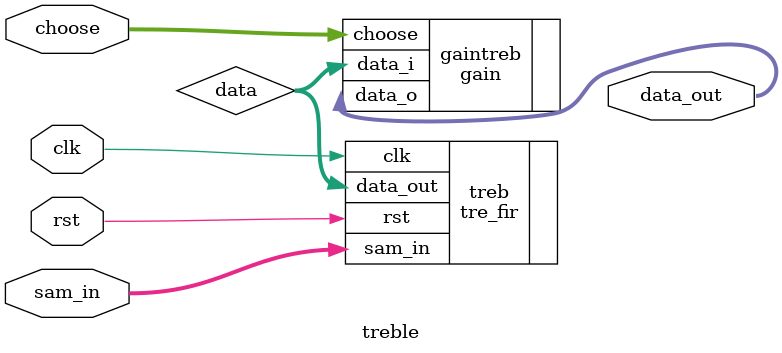
<source format=sv>
module treble (
input logic clk,
    input logic rst,
    input logic [23 :0] sam_in,
    input logic [2:0] choose,
    output logic  [23 :0] data_out);

// wire
logic [23:0] data;

//fir 
tre_fir treb (.clk(clk),
				.rst(rst),
				.sam_in(sam_in),
				.data_out(data));
// gain
gain  gaintreb    (.data_i(data),
				     .data_o(data_out),
				     .choose(choose) );
endmodule
</source>
